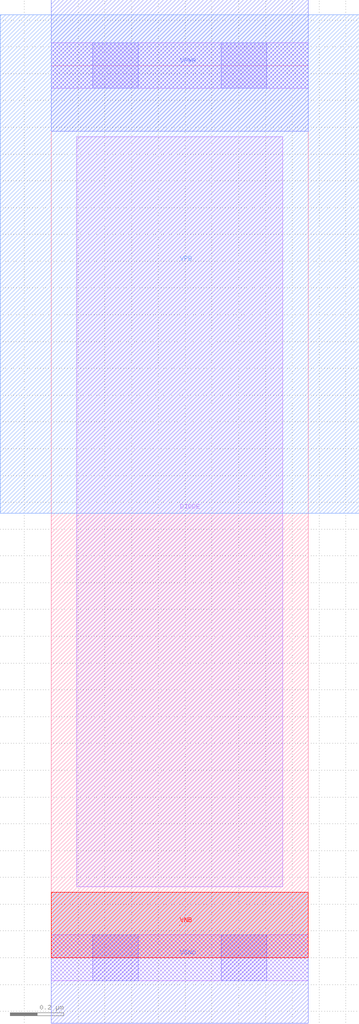
<source format=lef>
# Copyright 2020 The SkyWater PDK Authors
#
# Licensed under the Apache License, Version 2.0 (the "License");
# you may not use this file except in compliance with the License.
# You may obtain a copy of the License at
#
#     https://www.apache.org/licenses/LICENSE-2.0
#
# Unless required by applicable law or agreed to in writing, software
# distributed under the License is distributed on an "AS IS" BASIS,
# WITHOUT WARRANTIES OR CONDITIONS OF ANY KIND, either express or implied.
# See the License for the specific language governing permissions and
# limitations under the License.
#
# SPDX-License-Identifier: Apache-2.0

VERSION 5.7 ;
  NOWIREEXTENSIONATPIN ON ;
  DIVIDERCHAR "/" ;
  BUSBITCHARS "[]" ;
MACRO sky130_fd_sc_ms__diode_2
  CLASS CORE ANTENNACELL ;
  FOREIGN scs8ms_diode_2 ;
  ORIGIN  0.000000  0.000000 ;
  SIZE  0.960000 BY  3.330000 ;
  SYMMETRY X Y ;
  SITE unit ;
  PIN DIODE
    ANTENNADIFFAREA  0.641700 ;
    ANTENNAGATEAREA  0.641700 ;
    DIRECTION INPUT ;
    USE SIGNAL ;
    PORT
      LAYER li1 ;
        RECT 0.095000 0.265000 0.865000 3.065000 ;
    END
  END DIODE
  PIN VGND
    DIRECTION INOUT ;
    SHAPE ABUTMENT ;
    USE GROUND ;
    PORT
      LAYER met1 ;
        RECT 0.000000 -0.245000 0.960000 0.245000 ;
    END
  END VGND
  PIN VNB
    DIRECTION INOUT ;
    USE GROUND ;
    PORT
      LAYER pwell ;
        RECT 0.000000 0.000000 0.960000 0.245000 ;
    END
  END VNB
  PIN VPB
    DIRECTION INOUT ;
    USE POWER ;
    PORT
      LAYER nwell ;
        RECT -0.190000 1.660000 1.150000 3.520000 ;
    END
  END VPB
  PIN VPWR
    DIRECTION INOUT ;
    SHAPE ABUTMENT ;
    USE POWER ;
    PORT
      LAYER met1 ;
        RECT 0.000000 3.085000 0.960000 3.575000 ;
    END
  END VPWR
  OBS
    LAYER li1 ;
      RECT 0.000000 -0.085000 0.960000 0.085000 ;
      RECT 0.000000  3.245000 0.960000 3.415000 ;
    LAYER mcon ;
      RECT 0.155000 -0.085000 0.325000 0.085000 ;
      RECT 0.155000  3.245000 0.325000 3.415000 ;
      RECT 0.635000 -0.085000 0.805000 0.085000 ;
      RECT 0.635000  3.245000 0.805000 3.415000 ;
  END
END sky130_fd_sc_ms__diode_2
END LIBRARY

</source>
